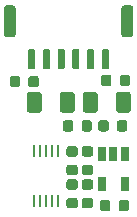
<source format=gbr>
G04 #@! TF.GenerationSoftware,KiCad,Pcbnew,(5.1.0-0)*
G04 #@! TF.CreationDate,2019-06-19T09:49:27-07:00*
G04 #@! TF.ProjectId,differential_i2c,64696666-6572-4656-9e74-69616c5f6932,rev?*
G04 #@! TF.SameCoordinates,Original*
G04 #@! TF.FileFunction,Paste,Bot*
G04 #@! TF.FilePolarity,Positive*
%FSLAX46Y46*%
G04 Gerber Fmt 4.6, Leading zero omitted, Abs format (unit mm)*
G04 Created by KiCad (PCBNEW (5.1.0-0)) date 2019-06-19 09:49:27*
%MOMM*%
%LPD*%
G04 APERTURE LIST*
%ADD10R,0.650000X1.220000*%
%ADD11C,0.100000*%
%ADD12C,0.875000*%
%ADD13C,1.250000*%
%ADD14C,1.000000*%
%ADD15C,0.600000*%
%ADD16R,0.250000X1.100000*%
G04 APERTURE END LIST*
D10*
X116850000Y-60710000D03*
X118750000Y-60710000D03*
X118750000Y-58090000D03*
X117800000Y-58090000D03*
X116850000Y-58090000D03*
D11*
G36*
X117440191Y-51426053D02*
G01*
X117461426Y-51429203D01*
X117482250Y-51434419D01*
X117502462Y-51441651D01*
X117521868Y-51450830D01*
X117540281Y-51461866D01*
X117557524Y-51474654D01*
X117573430Y-51489070D01*
X117587846Y-51504976D01*
X117600634Y-51522219D01*
X117611670Y-51540632D01*
X117620849Y-51560038D01*
X117628081Y-51580250D01*
X117633297Y-51601074D01*
X117636447Y-51622309D01*
X117637500Y-51643750D01*
X117637500Y-52156250D01*
X117636447Y-52177691D01*
X117633297Y-52198926D01*
X117628081Y-52219750D01*
X117620849Y-52239962D01*
X117611670Y-52259368D01*
X117600634Y-52277781D01*
X117587846Y-52295024D01*
X117573430Y-52310930D01*
X117557524Y-52325346D01*
X117540281Y-52338134D01*
X117521868Y-52349170D01*
X117502462Y-52358349D01*
X117482250Y-52365581D01*
X117461426Y-52370797D01*
X117440191Y-52373947D01*
X117418750Y-52375000D01*
X116981250Y-52375000D01*
X116959809Y-52373947D01*
X116938574Y-52370797D01*
X116917750Y-52365581D01*
X116897538Y-52358349D01*
X116878132Y-52349170D01*
X116859719Y-52338134D01*
X116842476Y-52325346D01*
X116826570Y-52310930D01*
X116812154Y-52295024D01*
X116799366Y-52277781D01*
X116788330Y-52259368D01*
X116779151Y-52239962D01*
X116771919Y-52219750D01*
X116766703Y-52198926D01*
X116763553Y-52177691D01*
X116762500Y-52156250D01*
X116762500Y-51643750D01*
X116763553Y-51622309D01*
X116766703Y-51601074D01*
X116771919Y-51580250D01*
X116779151Y-51560038D01*
X116788330Y-51540632D01*
X116799366Y-51522219D01*
X116812154Y-51504976D01*
X116826570Y-51489070D01*
X116842476Y-51474654D01*
X116859719Y-51461866D01*
X116878132Y-51450830D01*
X116897538Y-51441651D01*
X116917750Y-51434419D01*
X116938574Y-51429203D01*
X116959809Y-51426053D01*
X116981250Y-51425000D01*
X117418750Y-51425000D01*
X117440191Y-51426053D01*
X117440191Y-51426053D01*
G37*
D12*
X117200000Y-51900000D03*
D11*
G36*
X119015191Y-51426053D02*
G01*
X119036426Y-51429203D01*
X119057250Y-51434419D01*
X119077462Y-51441651D01*
X119096868Y-51450830D01*
X119115281Y-51461866D01*
X119132524Y-51474654D01*
X119148430Y-51489070D01*
X119162846Y-51504976D01*
X119175634Y-51522219D01*
X119186670Y-51540632D01*
X119195849Y-51560038D01*
X119203081Y-51580250D01*
X119208297Y-51601074D01*
X119211447Y-51622309D01*
X119212500Y-51643750D01*
X119212500Y-52156250D01*
X119211447Y-52177691D01*
X119208297Y-52198926D01*
X119203081Y-52219750D01*
X119195849Y-52239962D01*
X119186670Y-52259368D01*
X119175634Y-52277781D01*
X119162846Y-52295024D01*
X119148430Y-52310930D01*
X119132524Y-52325346D01*
X119115281Y-52338134D01*
X119096868Y-52349170D01*
X119077462Y-52358349D01*
X119057250Y-52365581D01*
X119036426Y-52370797D01*
X119015191Y-52373947D01*
X118993750Y-52375000D01*
X118556250Y-52375000D01*
X118534809Y-52373947D01*
X118513574Y-52370797D01*
X118492750Y-52365581D01*
X118472538Y-52358349D01*
X118453132Y-52349170D01*
X118434719Y-52338134D01*
X118417476Y-52325346D01*
X118401570Y-52310930D01*
X118387154Y-52295024D01*
X118374366Y-52277781D01*
X118363330Y-52259368D01*
X118354151Y-52239962D01*
X118346919Y-52219750D01*
X118341703Y-52198926D01*
X118338553Y-52177691D01*
X118337500Y-52156250D01*
X118337500Y-51643750D01*
X118338553Y-51622309D01*
X118341703Y-51601074D01*
X118346919Y-51580250D01*
X118354151Y-51560038D01*
X118363330Y-51540632D01*
X118374366Y-51522219D01*
X118387154Y-51504976D01*
X118401570Y-51489070D01*
X118417476Y-51474654D01*
X118434719Y-51461866D01*
X118453132Y-51450830D01*
X118472538Y-51441651D01*
X118492750Y-51434419D01*
X118513574Y-51429203D01*
X118534809Y-51426053D01*
X118556250Y-51425000D01*
X118993750Y-51425000D01*
X119015191Y-51426053D01*
X119015191Y-51426053D01*
G37*
D12*
X118775000Y-51900000D03*
D11*
G36*
X119049504Y-52876204D02*
G01*
X119073773Y-52879804D01*
X119097571Y-52885765D01*
X119120671Y-52894030D01*
X119142849Y-52904520D01*
X119163893Y-52917133D01*
X119183598Y-52931747D01*
X119201777Y-52948223D01*
X119218253Y-52966402D01*
X119232867Y-52986107D01*
X119245480Y-53007151D01*
X119255970Y-53029329D01*
X119264235Y-53052429D01*
X119270196Y-53076227D01*
X119273796Y-53100496D01*
X119275000Y-53125000D01*
X119275000Y-54375000D01*
X119273796Y-54399504D01*
X119270196Y-54423773D01*
X119264235Y-54447571D01*
X119255970Y-54470671D01*
X119245480Y-54492849D01*
X119232867Y-54513893D01*
X119218253Y-54533598D01*
X119201777Y-54551777D01*
X119183598Y-54568253D01*
X119163893Y-54582867D01*
X119142849Y-54595480D01*
X119120671Y-54605970D01*
X119097571Y-54614235D01*
X119073773Y-54620196D01*
X119049504Y-54623796D01*
X119025000Y-54625000D01*
X118275000Y-54625000D01*
X118250496Y-54623796D01*
X118226227Y-54620196D01*
X118202429Y-54614235D01*
X118179329Y-54605970D01*
X118157151Y-54595480D01*
X118136107Y-54582867D01*
X118116402Y-54568253D01*
X118098223Y-54551777D01*
X118081747Y-54533598D01*
X118067133Y-54513893D01*
X118054520Y-54492849D01*
X118044030Y-54470671D01*
X118035765Y-54447571D01*
X118029804Y-54423773D01*
X118026204Y-54399504D01*
X118025000Y-54375000D01*
X118025000Y-53125000D01*
X118026204Y-53100496D01*
X118029804Y-53076227D01*
X118035765Y-53052429D01*
X118044030Y-53029329D01*
X118054520Y-53007151D01*
X118067133Y-52986107D01*
X118081747Y-52966402D01*
X118098223Y-52948223D01*
X118116402Y-52931747D01*
X118136107Y-52917133D01*
X118157151Y-52904520D01*
X118179329Y-52894030D01*
X118202429Y-52885765D01*
X118226227Y-52879804D01*
X118250496Y-52876204D01*
X118275000Y-52875000D01*
X119025000Y-52875000D01*
X119049504Y-52876204D01*
X119049504Y-52876204D01*
G37*
D13*
X118650000Y-53750000D03*
D11*
G36*
X116249504Y-52876204D02*
G01*
X116273773Y-52879804D01*
X116297571Y-52885765D01*
X116320671Y-52894030D01*
X116342849Y-52904520D01*
X116363893Y-52917133D01*
X116383598Y-52931747D01*
X116401777Y-52948223D01*
X116418253Y-52966402D01*
X116432867Y-52986107D01*
X116445480Y-53007151D01*
X116455970Y-53029329D01*
X116464235Y-53052429D01*
X116470196Y-53076227D01*
X116473796Y-53100496D01*
X116475000Y-53125000D01*
X116475000Y-54375000D01*
X116473796Y-54399504D01*
X116470196Y-54423773D01*
X116464235Y-54447571D01*
X116455970Y-54470671D01*
X116445480Y-54492849D01*
X116432867Y-54513893D01*
X116418253Y-54533598D01*
X116401777Y-54551777D01*
X116383598Y-54568253D01*
X116363893Y-54582867D01*
X116342849Y-54595480D01*
X116320671Y-54605970D01*
X116297571Y-54614235D01*
X116273773Y-54620196D01*
X116249504Y-54623796D01*
X116225000Y-54625000D01*
X115475000Y-54625000D01*
X115450496Y-54623796D01*
X115426227Y-54620196D01*
X115402429Y-54614235D01*
X115379329Y-54605970D01*
X115357151Y-54595480D01*
X115336107Y-54582867D01*
X115316402Y-54568253D01*
X115298223Y-54551777D01*
X115281747Y-54533598D01*
X115267133Y-54513893D01*
X115254520Y-54492849D01*
X115244030Y-54470671D01*
X115235765Y-54447571D01*
X115229804Y-54423773D01*
X115226204Y-54399504D01*
X115225000Y-54375000D01*
X115225000Y-53125000D01*
X115226204Y-53100496D01*
X115229804Y-53076227D01*
X115235765Y-53052429D01*
X115244030Y-53029329D01*
X115254520Y-53007151D01*
X115267133Y-52986107D01*
X115281747Y-52966402D01*
X115298223Y-52948223D01*
X115316402Y-52931747D01*
X115336107Y-52917133D01*
X115357151Y-52904520D01*
X115379329Y-52894030D01*
X115402429Y-52885765D01*
X115426227Y-52879804D01*
X115450496Y-52876204D01*
X115475000Y-52875000D01*
X116225000Y-52875000D01*
X116249504Y-52876204D01*
X116249504Y-52876204D01*
G37*
D13*
X115850000Y-53750000D03*
D11*
G36*
X118777691Y-55276053D02*
G01*
X118798926Y-55279203D01*
X118819750Y-55284419D01*
X118839962Y-55291651D01*
X118859368Y-55300830D01*
X118877781Y-55311866D01*
X118895024Y-55324654D01*
X118910930Y-55339070D01*
X118925346Y-55354976D01*
X118938134Y-55372219D01*
X118949170Y-55390632D01*
X118958349Y-55410038D01*
X118965581Y-55430250D01*
X118970797Y-55451074D01*
X118973947Y-55472309D01*
X118975000Y-55493750D01*
X118975000Y-56006250D01*
X118973947Y-56027691D01*
X118970797Y-56048926D01*
X118965581Y-56069750D01*
X118958349Y-56089962D01*
X118949170Y-56109368D01*
X118938134Y-56127781D01*
X118925346Y-56145024D01*
X118910930Y-56160930D01*
X118895024Y-56175346D01*
X118877781Y-56188134D01*
X118859368Y-56199170D01*
X118839962Y-56208349D01*
X118819750Y-56215581D01*
X118798926Y-56220797D01*
X118777691Y-56223947D01*
X118756250Y-56225000D01*
X118318750Y-56225000D01*
X118297309Y-56223947D01*
X118276074Y-56220797D01*
X118255250Y-56215581D01*
X118235038Y-56208349D01*
X118215632Y-56199170D01*
X118197219Y-56188134D01*
X118179976Y-56175346D01*
X118164070Y-56160930D01*
X118149654Y-56145024D01*
X118136866Y-56127781D01*
X118125830Y-56109368D01*
X118116651Y-56089962D01*
X118109419Y-56069750D01*
X118104203Y-56048926D01*
X118101053Y-56027691D01*
X118100000Y-56006250D01*
X118100000Y-55493750D01*
X118101053Y-55472309D01*
X118104203Y-55451074D01*
X118109419Y-55430250D01*
X118116651Y-55410038D01*
X118125830Y-55390632D01*
X118136866Y-55372219D01*
X118149654Y-55354976D01*
X118164070Y-55339070D01*
X118179976Y-55324654D01*
X118197219Y-55311866D01*
X118215632Y-55300830D01*
X118235038Y-55291651D01*
X118255250Y-55284419D01*
X118276074Y-55279203D01*
X118297309Y-55276053D01*
X118318750Y-55275000D01*
X118756250Y-55275000D01*
X118777691Y-55276053D01*
X118777691Y-55276053D01*
G37*
D12*
X118537500Y-55750000D03*
D11*
G36*
X117202691Y-55276053D02*
G01*
X117223926Y-55279203D01*
X117244750Y-55284419D01*
X117264962Y-55291651D01*
X117284368Y-55300830D01*
X117302781Y-55311866D01*
X117320024Y-55324654D01*
X117335930Y-55339070D01*
X117350346Y-55354976D01*
X117363134Y-55372219D01*
X117374170Y-55390632D01*
X117383349Y-55410038D01*
X117390581Y-55430250D01*
X117395797Y-55451074D01*
X117398947Y-55472309D01*
X117400000Y-55493750D01*
X117400000Y-56006250D01*
X117398947Y-56027691D01*
X117395797Y-56048926D01*
X117390581Y-56069750D01*
X117383349Y-56089962D01*
X117374170Y-56109368D01*
X117363134Y-56127781D01*
X117350346Y-56145024D01*
X117335930Y-56160930D01*
X117320024Y-56175346D01*
X117302781Y-56188134D01*
X117284368Y-56199170D01*
X117264962Y-56208349D01*
X117244750Y-56215581D01*
X117223926Y-56220797D01*
X117202691Y-56223947D01*
X117181250Y-56225000D01*
X116743750Y-56225000D01*
X116722309Y-56223947D01*
X116701074Y-56220797D01*
X116680250Y-56215581D01*
X116660038Y-56208349D01*
X116640632Y-56199170D01*
X116622219Y-56188134D01*
X116604976Y-56175346D01*
X116589070Y-56160930D01*
X116574654Y-56145024D01*
X116561866Y-56127781D01*
X116550830Y-56109368D01*
X116541651Y-56089962D01*
X116534419Y-56069750D01*
X116529203Y-56048926D01*
X116526053Y-56027691D01*
X116525000Y-56006250D01*
X116525000Y-55493750D01*
X116526053Y-55472309D01*
X116529203Y-55451074D01*
X116534419Y-55430250D01*
X116541651Y-55410038D01*
X116550830Y-55390632D01*
X116561866Y-55372219D01*
X116574654Y-55354976D01*
X116589070Y-55339070D01*
X116604976Y-55324654D01*
X116622219Y-55311866D01*
X116640632Y-55300830D01*
X116660038Y-55291651D01*
X116680250Y-55284419D01*
X116701074Y-55279203D01*
X116722309Y-55276053D01*
X116743750Y-55275000D01*
X117181250Y-55275000D01*
X117202691Y-55276053D01*
X117202691Y-55276053D01*
G37*
D12*
X116962500Y-55750000D03*
D11*
G36*
X109702691Y-51526053D02*
G01*
X109723926Y-51529203D01*
X109744750Y-51534419D01*
X109764962Y-51541651D01*
X109784368Y-51550830D01*
X109802781Y-51561866D01*
X109820024Y-51574654D01*
X109835930Y-51589070D01*
X109850346Y-51604976D01*
X109863134Y-51622219D01*
X109874170Y-51640632D01*
X109883349Y-51660038D01*
X109890581Y-51680250D01*
X109895797Y-51701074D01*
X109898947Y-51722309D01*
X109900000Y-51743750D01*
X109900000Y-52256250D01*
X109898947Y-52277691D01*
X109895797Y-52298926D01*
X109890581Y-52319750D01*
X109883349Y-52339962D01*
X109874170Y-52359368D01*
X109863134Y-52377781D01*
X109850346Y-52395024D01*
X109835930Y-52410930D01*
X109820024Y-52425346D01*
X109802781Y-52438134D01*
X109784368Y-52449170D01*
X109764962Y-52458349D01*
X109744750Y-52465581D01*
X109723926Y-52470797D01*
X109702691Y-52473947D01*
X109681250Y-52475000D01*
X109243750Y-52475000D01*
X109222309Y-52473947D01*
X109201074Y-52470797D01*
X109180250Y-52465581D01*
X109160038Y-52458349D01*
X109140632Y-52449170D01*
X109122219Y-52438134D01*
X109104976Y-52425346D01*
X109089070Y-52410930D01*
X109074654Y-52395024D01*
X109061866Y-52377781D01*
X109050830Y-52359368D01*
X109041651Y-52339962D01*
X109034419Y-52319750D01*
X109029203Y-52298926D01*
X109026053Y-52277691D01*
X109025000Y-52256250D01*
X109025000Y-51743750D01*
X109026053Y-51722309D01*
X109029203Y-51701074D01*
X109034419Y-51680250D01*
X109041651Y-51660038D01*
X109050830Y-51640632D01*
X109061866Y-51622219D01*
X109074654Y-51604976D01*
X109089070Y-51589070D01*
X109104976Y-51574654D01*
X109122219Y-51561866D01*
X109140632Y-51550830D01*
X109160038Y-51541651D01*
X109180250Y-51534419D01*
X109201074Y-51529203D01*
X109222309Y-51526053D01*
X109243750Y-51525000D01*
X109681250Y-51525000D01*
X109702691Y-51526053D01*
X109702691Y-51526053D01*
G37*
D12*
X109462500Y-52000000D03*
D11*
G36*
X111277691Y-51526053D02*
G01*
X111298926Y-51529203D01*
X111319750Y-51534419D01*
X111339962Y-51541651D01*
X111359368Y-51550830D01*
X111377781Y-51561866D01*
X111395024Y-51574654D01*
X111410930Y-51589070D01*
X111425346Y-51604976D01*
X111438134Y-51622219D01*
X111449170Y-51640632D01*
X111458349Y-51660038D01*
X111465581Y-51680250D01*
X111470797Y-51701074D01*
X111473947Y-51722309D01*
X111475000Y-51743750D01*
X111475000Y-52256250D01*
X111473947Y-52277691D01*
X111470797Y-52298926D01*
X111465581Y-52319750D01*
X111458349Y-52339962D01*
X111449170Y-52359368D01*
X111438134Y-52377781D01*
X111425346Y-52395024D01*
X111410930Y-52410930D01*
X111395024Y-52425346D01*
X111377781Y-52438134D01*
X111359368Y-52449170D01*
X111339962Y-52458349D01*
X111319750Y-52465581D01*
X111298926Y-52470797D01*
X111277691Y-52473947D01*
X111256250Y-52475000D01*
X110818750Y-52475000D01*
X110797309Y-52473947D01*
X110776074Y-52470797D01*
X110755250Y-52465581D01*
X110735038Y-52458349D01*
X110715632Y-52449170D01*
X110697219Y-52438134D01*
X110679976Y-52425346D01*
X110664070Y-52410930D01*
X110649654Y-52395024D01*
X110636866Y-52377781D01*
X110625830Y-52359368D01*
X110616651Y-52339962D01*
X110609419Y-52319750D01*
X110604203Y-52298926D01*
X110601053Y-52277691D01*
X110600000Y-52256250D01*
X110600000Y-51743750D01*
X110601053Y-51722309D01*
X110604203Y-51701074D01*
X110609419Y-51680250D01*
X110616651Y-51660038D01*
X110625830Y-51640632D01*
X110636866Y-51622219D01*
X110649654Y-51604976D01*
X110664070Y-51589070D01*
X110679976Y-51574654D01*
X110697219Y-51561866D01*
X110715632Y-51550830D01*
X110735038Y-51541651D01*
X110755250Y-51534419D01*
X110776074Y-51529203D01*
X110797309Y-51526053D01*
X110818750Y-51525000D01*
X111256250Y-51525000D01*
X111277691Y-51526053D01*
X111277691Y-51526053D01*
G37*
D12*
X111037500Y-52000000D03*
D11*
G36*
X111499504Y-52876204D02*
G01*
X111523773Y-52879804D01*
X111547571Y-52885765D01*
X111570671Y-52894030D01*
X111592849Y-52904520D01*
X111613893Y-52917133D01*
X111633598Y-52931747D01*
X111651777Y-52948223D01*
X111668253Y-52966402D01*
X111682867Y-52986107D01*
X111695480Y-53007151D01*
X111705970Y-53029329D01*
X111714235Y-53052429D01*
X111720196Y-53076227D01*
X111723796Y-53100496D01*
X111725000Y-53125000D01*
X111725000Y-54375000D01*
X111723796Y-54399504D01*
X111720196Y-54423773D01*
X111714235Y-54447571D01*
X111705970Y-54470671D01*
X111695480Y-54492849D01*
X111682867Y-54513893D01*
X111668253Y-54533598D01*
X111651777Y-54551777D01*
X111633598Y-54568253D01*
X111613893Y-54582867D01*
X111592849Y-54595480D01*
X111570671Y-54605970D01*
X111547571Y-54614235D01*
X111523773Y-54620196D01*
X111499504Y-54623796D01*
X111475000Y-54625000D01*
X110725000Y-54625000D01*
X110700496Y-54623796D01*
X110676227Y-54620196D01*
X110652429Y-54614235D01*
X110629329Y-54605970D01*
X110607151Y-54595480D01*
X110586107Y-54582867D01*
X110566402Y-54568253D01*
X110548223Y-54551777D01*
X110531747Y-54533598D01*
X110517133Y-54513893D01*
X110504520Y-54492849D01*
X110494030Y-54470671D01*
X110485765Y-54447571D01*
X110479804Y-54423773D01*
X110476204Y-54399504D01*
X110475000Y-54375000D01*
X110475000Y-53125000D01*
X110476204Y-53100496D01*
X110479804Y-53076227D01*
X110485765Y-53052429D01*
X110494030Y-53029329D01*
X110504520Y-53007151D01*
X110517133Y-52986107D01*
X110531747Y-52966402D01*
X110548223Y-52948223D01*
X110566402Y-52931747D01*
X110586107Y-52917133D01*
X110607151Y-52904520D01*
X110629329Y-52894030D01*
X110652429Y-52885765D01*
X110676227Y-52879804D01*
X110700496Y-52876204D01*
X110725000Y-52875000D01*
X111475000Y-52875000D01*
X111499504Y-52876204D01*
X111499504Y-52876204D01*
G37*
D13*
X111100000Y-53750000D03*
D11*
G36*
X114299504Y-52876204D02*
G01*
X114323773Y-52879804D01*
X114347571Y-52885765D01*
X114370671Y-52894030D01*
X114392849Y-52904520D01*
X114413893Y-52917133D01*
X114433598Y-52931747D01*
X114451777Y-52948223D01*
X114468253Y-52966402D01*
X114482867Y-52986107D01*
X114495480Y-53007151D01*
X114505970Y-53029329D01*
X114514235Y-53052429D01*
X114520196Y-53076227D01*
X114523796Y-53100496D01*
X114525000Y-53125000D01*
X114525000Y-54375000D01*
X114523796Y-54399504D01*
X114520196Y-54423773D01*
X114514235Y-54447571D01*
X114505970Y-54470671D01*
X114495480Y-54492849D01*
X114482867Y-54513893D01*
X114468253Y-54533598D01*
X114451777Y-54551777D01*
X114433598Y-54568253D01*
X114413893Y-54582867D01*
X114392849Y-54595480D01*
X114370671Y-54605970D01*
X114347571Y-54614235D01*
X114323773Y-54620196D01*
X114299504Y-54623796D01*
X114275000Y-54625000D01*
X113525000Y-54625000D01*
X113500496Y-54623796D01*
X113476227Y-54620196D01*
X113452429Y-54614235D01*
X113429329Y-54605970D01*
X113407151Y-54595480D01*
X113386107Y-54582867D01*
X113366402Y-54568253D01*
X113348223Y-54551777D01*
X113331747Y-54533598D01*
X113317133Y-54513893D01*
X113304520Y-54492849D01*
X113294030Y-54470671D01*
X113285765Y-54447571D01*
X113279804Y-54423773D01*
X113276204Y-54399504D01*
X113275000Y-54375000D01*
X113275000Y-53125000D01*
X113276204Y-53100496D01*
X113279804Y-53076227D01*
X113285765Y-53052429D01*
X113294030Y-53029329D01*
X113304520Y-53007151D01*
X113317133Y-52986107D01*
X113331747Y-52966402D01*
X113348223Y-52948223D01*
X113366402Y-52931747D01*
X113386107Y-52917133D01*
X113407151Y-52904520D01*
X113429329Y-52894030D01*
X113452429Y-52885765D01*
X113476227Y-52879804D01*
X113500496Y-52876204D01*
X113525000Y-52875000D01*
X114275000Y-52875000D01*
X114299504Y-52876204D01*
X114299504Y-52876204D01*
G37*
D13*
X113900000Y-53750000D03*
D11*
G36*
X114202691Y-55276053D02*
G01*
X114223926Y-55279203D01*
X114244750Y-55284419D01*
X114264962Y-55291651D01*
X114284368Y-55300830D01*
X114302781Y-55311866D01*
X114320024Y-55324654D01*
X114335930Y-55339070D01*
X114350346Y-55354976D01*
X114363134Y-55372219D01*
X114374170Y-55390632D01*
X114383349Y-55410038D01*
X114390581Y-55430250D01*
X114395797Y-55451074D01*
X114398947Y-55472309D01*
X114400000Y-55493750D01*
X114400000Y-56006250D01*
X114398947Y-56027691D01*
X114395797Y-56048926D01*
X114390581Y-56069750D01*
X114383349Y-56089962D01*
X114374170Y-56109368D01*
X114363134Y-56127781D01*
X114350346Y-56145024D01*
X114335930Y-56160930D01*
X114320024Y-56175346D01*
X114302781Y-56188134D01*
X114284368Y-56199170D01*
X114264962Y-56208349D01*
X114244750Y-56215581D01*
X114223926Y-56220797D01*
X114202691Y-56223947D01*
X114181250Y-56225000D01*
X113743750Y-56225000D01*
X113722309Y-56223947D01*
X113701074Y-56220797D01*
X113680250Y-56215581D01*
X113660038Y-56208349D01*
X113640632Y-56199170D01*
X113622219Y-56188134D01*
X113604976Y-56175346D01*
X113589070Y-56160930D01*
X113574654Y-56145024D01*
X113561866Y-56127781D01*
X113550830Y-56109368D01*
X113541651Y-56089962D01*
X113534419Y-56069750D01*
X113529203Y-56048926D01*
X113526053Y-56027691D01*
X113525000Y-56006250D01*
X113525000Y-55493750D01*
X113526053Y-55472309D01*
X113529203Y-55451074D01*
X113534419Y-55430250D01*
X113541651Y-55410038D01*
X113550830Y-55390632D01*
X113561866Y-55372219D01*
X113574654Y-55354976D01*
X113589070Y-55339070D01*
X113604976Y-55324654D01*
X113622219Y-55311866D01*
X113640632Y-55300830D01*
X113660038Y-55291651D01*
X113680250Y-55284419D01*
X113701074Y-55279203D01*
X113722309Y-55276053D01*
X113743750Y-55275000D01*
X114181250Y-55275000D01*
X114202691Y-55276053D01*
X114202691Y-55276053D01*
G37*
D12*
X113962500Y-55750000D03*
D11*
G36*
X115777691Y-55276053D02*
G01*
X115798926Y-55279203D01*
X115819750Y-55284419D01*
X115839962Y-55291651D01*
X115859368Y-55300830D01*
X115877781Y-55311866D01*
X115895024Y-55324654D01*
X115910930Y-55339070D01*
X115925346Y-55354976D01*
X115938134Y-55372219D01*
X115949170Y-55390632D01*
X115958349Y-55410038D01*
X115965581Y-55430250D01*
X115970797Y-55451074D01*
X115973947Y-55472309D01*
X115975000Y-55493750D01*
X115975000Y-56006250D01*
X115973947Y-56027691D01*
X115970797Y-56048926D01*
X115965581Y-56069750D01*
X115958349Y-56089962D01*
X115949170Y-56109368D01*
X115938134Y-56127781D01*
X115925346Y-56145024D01*
X115910930Y-56160930D01*
X115895024Y-56175346D01*
X115877781Y-56188134D01*
X115859368Y-56199170D01*
X115839962Y-56208349D01*
X115819750Y-56215581D01*
X115798926Y-56220797D01*
X115777691Y-56223947D01*
X115756250Y-56225000D01*
X115318750Y-56225000D01*
X115297309Y-56223947D01*
X115276074Y-56220797D01*
X115255250Y-56215581D01*
X115235038Y-56208349D01*
X115215632Y-56199170D01*
X115197219Y-56188134D01*
X115179976Y-56175346D01*
X115164070Y-56160930D01*
X115149654Y-56145024D01*
X115136866Y-56127781D01*
X115125830Y-56109368D01*
X115116651Y-56089962D01*
X115109419Y-56069750D01*
X115104203Y-56048926D01*
X115101053Y-56027691D01*
X115100000Y-56006250D01*
X115100000Y-55493750D01*
X115101053Y-55472309D01*
X115104203Y-55451074D01*
X115109419Y-55430250D01*
X115116651Y-55410038D01*
X115125830Y-55390632D01*
X115136866Y-55372219D01*
X115149654Y-55354976D01*
X115164070Y-55339070D01*
X115179976Y-55324654D01*
X115197219Y-55311866D01*
X115215632Y-55300830D01*
X115235038Y-55291651D01*
X115255250Y-55284419D01*
X115276074Y-55279203D01*
X115297309Y-55276053D01*
X115318750Y-55275000D01*
X115756250Y-55275000D01*
X115777691Y-55276053D01*
X115777691Y-55276053D01*
G37*
D12*
X115537500Y-55750000D03*
D11*
G36*
X119249504Y-45551204D02*
G01*
X119273773Y-45554804D01*
X119297571Y-45560765D01*
X119320671Y-45569030D01*
X119342849Y-45579520D01*
X119363893Y-45592133D01*
X119383598Y-45606747D01*
X119401777Y-45623223D01*
X119418253Y-45641402D01*
X119432867Y-45661107D01*
X119445480Y-45682151D01*
X119455970Y-45704329D01*
X119464235Y-45727429D01*
X119470196Y-45751227D01*
X119473796Y-45775496D01*
X119475000Y-45800000D01*
X119475000Y-48000000D01*
X119473796Y-48024504D01*
X119470196Y-48048773D01*
X119464235Y-48072571D01*
X119455970Y-48095671D01*
X119445480Y-48117849D01*
X119432867Y-48138893D01*
X119418253Y-48158598D01*
X119401777Y-48176777D01*
X119383598Y-48193253D01*
X119363893Y-48207867D01*
X119342849Y-48220480D01*
X119320671Y-48230970D01*
X119297571Y-48239235D01*
X119273773Y-48245196D01*
X119249504Y-48248796D01*
X119225000Y-48250000D01*
X118725000Y-48250000D01*
X118700496Y-48248796D01*
X118676227Y-48245196D01*
X118652429Y-48239235D01*
X118629329Y-48230970D01*
X118607151Y-48220480D01*
X118586107Y-48207867D01*
X118566402Y-48193253D01*
X118548223Y-48176777D01*
X118531747Y-48158598D01*
X118517133Y-48138893D01*
X118504520Y-48117849D01*
X118494030Y-48095671D01*
X118485765Y-48072571D01*
X118479804Y-48048773D01*
X118476204Y-48024504D01*
X118475000Y-48000000D01*
X118475000Y-45800000D01*
X118476204Y-45775496D01*
X118479804Y-45751227D01*
X118485765Y-45727429D01*
X118494030Y-45704329D01*
X118504520Y-45682151D01*
X118517133Y-45661107D01*
X118531747Y-45641402D01*
X118548223Y-45623223D01*
X118566402Y-45606747D01*
X118586107Y-45592133D01*
X118607151Y-45579520D01*
X118629329Y-45569030D01*
X118652429Y-45560765D01*
X118676227Y-45554804D01*
X118700496Y-45551204D01*
X118725000Y-45550000D01*
X119225000Y-45550000D01*
X119249504Y-45551204D01*
X119249504Y-45551204D01*
G37*
D14*
X118975000Y-46900000D03*
D11*
G36*
X109299504Y-45551204D02*
G01*
X109323773Y-45554804D01*
X109347571Y-45560765D01*
X109370671Y-45569030D01*
X109392849Y-45579520D01*
X109413893Y-45592133D01*
X109433598Y-45606747D01*
X109451777Y-45623223D01*
X109468253Y-45641402D01*
X109482867Y-45661107D01*
X109495480Y-45682151D01*
X109505970Y-45704329D01*
X109514235Y-45727429D01*
X109520196Y-45751227D01*
X109523796Y-45775496D01*
X109525000Y-45800000D01*
X109525000Y-48000000D01*
X109523796Y-48024504D01*
X109520196Y-48048773D01*
X109514235Y-48072571D01*
X109505970Y-48095671D01*
X109495480Y-48117849D01*
X109482867Y-48138893D01*
X109468253Y-48158598D01*
X109451777Y-48176777D01*
X109433598Y-48193253D01*
X109413893Y-48207867D01*
X109392849Y-48220480D01*
X109370671Y-48230970D01*
X109347571Y-48239235D01*
X109323773Y-48245196D01*
X109299504Y-48248796D01*
X109275000Y-48250000D01*
X108775000Y-48250000D01*
X108750496Y-48248796D01*
X108726227Y-48245196D01*
X108702429Y-48239235D01*
X108679329Y-48230970D01*
X108657151Y-48220480D01*
X108636107Y-48207867D01*
X108616402Y-48193253D01*
X108598223Y-48176777D01*
X108581747Y-48158598D01*
X108567133Y-48138893D01*
X108554520Y-48117849D01*
X108544030Y-48095671D01*
X108535765Y-48072571D01*
X108529804Y-48048773D01*
X108526204Y-48024504D01*
X108525000Y-48000000D01*
X108525000Y-45800000D01*
X108526204Y-45775496D01*
X108529804Y-45751227D01*
X108535765Y-45727429D01*
X108544030Y-45704329D01*
X108554520Y-45682151D01*
X108567133Y-45661107D01*
X108581747Y-45641402D01*
X108598223Y-45623223D01*
X108616402Y-45606747D01*
X108636107Y-45592133D01*
X108657151Y-45579520D01*
X108679329Y-45569030D01*
X108702429Y-45560765D01*
X108726227Y-45554804D01*
X108750496Y-45551204D01*
X108775000Y-45550000D01*
X109275000Y-45550000D01*
X109299504Y-45551204D01*
X109299504Y-45551204D01*
G37*
D14*
X109025000Y-46900000D03*
D11*
G36*
X117289703Y-49250722D02*
G01*
X117304264Y-49252882D01*
X117318543Y-49256459D01*
X117332403Y-49261418D01*
X117345710Y-49267712D01*
X117358336Y-49275280D01*
X117370159Y-49284048D01*
X117381066Y-49293934D01*
X117390952Y-49304841D01*
X117399720Y-49316664D01*
X117407288Y-49329290D01*
X117413582Y-49342597D01*
X117418541Y-49356457D01*
X117422118Y-49370736D01*
X117424278Y-49385297D01*
X117425000Y-49400000D01*
X117425000Y-50800000D01*
X117424278Y-50814703D01*
X117422118Y-50829264D01*
X117418541Y-50843543D01*
X117413582Y-50857403D01*
X117407288Y-50870710D01*
X117399720Y-50883336D01*
X117390952Y-50895159D01*
X117381066Y-50906066D01*
X117370159Y-50915952D01*
X117358336Y-50924720D01*
X117345710Y-50932288D01*
X117332403Y-50938582D01*
X117318543Y-50943541D01*
X117304264Y-50947118D01*
X117289703Y-50949278D01*
X117275000Y-50950000D01*
X116975000Y-50950000D01*
X116960297Y-50949278D01*
X116945736Y-50947118D01*
X116931457Y-50943541D01*
X116917597Y-50938582D01*
X116904290Y-50932288D01*
X116891664Y-50924720D01*
X116879841Y-50915952D01*
X116868934Y-50906066D01*
X116859048Y-50895159D01*
X116850280Y-50883336D01*
X116842712Y-50870710D01*
X116836418Y-50857403D01*
X116831459Y-50843543D01*
X116827882Y-50829264D01*
X116825722Y-50814703D01*
X116825000Y-50800000D01*
X116825000Y-49400000D01*
X116825722Y-49385297D01*
X116827882Y-49370736D01*
X116831459Y-49356457D01*
X116836418Y-49342597D01*
X116842712Y-49329290D01*
X116850280Y-49316664D01*
X116859048Y-49304841D01*
X116868934Y-49293934D01*
X116879841Y-49284048D01*
X116891664Y-49275280D01*
X116904290Y-49267712D01*
X116917597Y-49261418D01*
X116931457Y-49256459D01*
X116945736Y-49252882D01*
X116960297Y-49250722D01*
X116975000Y-49250000D01*
X117275000Y-49250000D01*
X117289703Y-49250722D01*
X117289703Y-49250722D01*
G37*
D15*
X117125000Y-50100000D03*
D11*
G36*
X116039703Y-49250722D02*
G01*
X116054264Y-49252882D01*
X116068543Y-49256459D01*
X116082403Y-49261418D01*
X116095710Y-49267712D01*
X116108336Y-49275280D01*
X116120159Y-49284048D01*
X116131066Y-49293934D01*
X116140952Y-49304841D01*
X116149720Y-49316664D01*
X116157288Y-49329290D01*
X116163582Y-49342597D01*
X116168541Y-49356457D01*
X116172118Y-49370736D01*
X116174278Y-49385297D01*
X116175000Y-49400000D01*
X116175000Y-50800000D01*
X116174278Y-50814703D01*
X116172118Y-50829264D01*
X116168541Y-50843543D01*
X116163582Y-50857403D01*
X116157288Y-50870710D01*
X116149720Y-50883336D01*
X116140952Y-50895159D01*
X116131066Y-50906066D01*
X116120159Y-50915952D01*
X116108336Y-50924720D01*
X116095710Y-50932288D01*
X116082403Y-50938582D01*
X116068543Y-50943541D01*
X116054264Y-50947118D01*
X116039703Y-50949278D01*
X116025000Y-50950000D01*
X115725000Y-50950000D01*
X115710297Y-50949278D01*
X115695736Y-50947118D01*
X115681457Y-50943541D01*
X115667597Y-50938582D01*
X115654290Y-50932288D01*
X115641664Y-50924720D01*
X115629841Y-50915952D01*
X115618934Y-50906066D01*
X115609048Y-50895159D01*
X115600280Y-50883336D01*
X115592712Y-50870710D01*
X115586418Y-50857403D01*
X115581459Y-50843543D01*
X115577882Y-50829264D01*
X115575722Y-50814703D01*
X115575000Y-50800000D01*
X115575000Y-49400000D01*
X115575722Y-49385297D01*
X115577882Y-49370736D01*
X115581459Y-49356457D01*
X115586418Y-49342597D01*
X115592712Y-49329290D01*
X115600280Y-49316664D01*
X115609048Y-49304841D01*
X115618934Y-49293934D01*
X115629841Y-49284048D01*
X115641664Y-49275280D01*
X115654290Y-49267712D01*
X115667597Y-49261418D01*
X115681457Y-49256459D01*
X115695736Y-49252882D01*
X115710297Y-49250722D01*
X115725000Y-49250000D01*
X116025000Y-49250000D01*
X116039703Y-49250722D01*
X116039703Y-49250722D01*
G37*
D15*
X115875000Y-50100000D03*
D11*
G36*
X114789703Y-49250722D02*
G01*
X114804264Y-49252882D01*
X114818543Y-49256459D01*
X114832403Y-49261418D01*
X114845710Y-49267712D01*
X114858336Y-49275280D01*
X114870159Y-49284048D01*
X114881066Y-49293934D01*
X114890952Y-49304841D01*
X114899720Y-49316664D01*
X114907288Y-49329290D01*
X114913582Y-49342597D01*
X114918541Y-49356457D01*
X114922118Y-49370736D01*
X114924278Y-49385297D01*
X114925000Y-49400000D01*
X114925000Y-50800000D01*
X114924278Y-50814703D01*
X114922118Y-50829264D01*
X114918541Y-50843543D01*
X114913582Y-50857403D01*
X114907288Y-50870710D01*
X114899720Y-50883336D01*
X114890952Y-50895159D01*
X114881066Y-50906066D01*
X114870159Y-50915952D01*
X114858336Y-50924720D01*
X114845710Y-50932288D01*
X114832403Y-50938582D01*
X114818543Y-50943541D01*
X114804264Y-50947118D01*
X114789703Y-50949278D01*
X114775000Y-50950000D01*
X114475000Y-50950000D01*
X114460297Y-50949278D01*
X114445736Y-50947118D01*
X114431457Y-50943541D01*
X114417597Y-50938582D01*
X114404290Y-50932288D01*
X114391664Y-50924720D01*
X114379841Y-50915952D01*
X114368934Y-50906066D01*
X114359048Y-50895159D01*
X114350280Y-50883336D01*
X114342712Y-50870710D01*
X114336418Y-50857403D01*
X114331459Y-50843543D01*
X114327882Y-50829264D01*
X114325722Y-50814703D01*
X114325000Y-50800000D01*
X114325000Y-49400000D01*
X114325722Y-49385297D01*
X114327882Y-49370736D01*
X114331459Y-49356457D01*
X114336418Y-49342597D01*
X114342712Y-49329290D01*
X114350280Y-49316664D01*
X114359048Y-49304841D01*
X114368934Y-49293934D01*
X114379841Y-49284048D01*
X114391664Y-49275280D01*
X114404290Y-49267712D01*
X114417597Y-49261418D01*
X114431457Y-49256459D01*
X114445736Y-49252882D01*
X114460297Y-49250722D01*
X114475000Y-49250000D01*
X114775000Y-49250000D01*
X114789703Y-49250722D01*
X114789703Y-49250722D01*
G37*
D15*
X114625000Y-50100000D03*
D11*
G36*
X113539703Y-49250722D02*
G01*
X113554264Y-49252882D01*
X113568543Y-49256459D01*
X113582403Y-49261418D01*
X113595710Y-49267712D01*
X113608336Y-49275280D01*
X113620159Y-49284048D01*
X113631066Y-49293934D01*
X113640952Y-49304841D01*
X113649720Y-49316664D01*
X113657288Y-49329290D01*
X113663582Y-49342597D01*
X113668541Y-49356457D01*
X113672118Y-49370736D01*
X113674278Y-49385297D01*
X113675000Y-49400000D01*
X113675000Y-50800000D01*
X113674278Y-50814703D01*
X113672118Y-50829264D01*
X113668541Y-50843543D01*
X113663582Y-50857403D01*
X113657288Y-50870710D01*
X113649720Y-50883336D01*
X113640952Y-50895159D01*
X113631066Y-50906066D01*
X113620159Y-50915952D01*
X113608336Y-50924720D01*
X113595710Y-50932288D01*
X113582403Y-50938582D01*
X113568543Y-50943541D01*
X113554264Y-50947118D01*
X113539703Y-50949278D01*
X113525000Y-50950000D01*
X113225000Y-50950000D01*
X113210297Y-50949278D01*
X113195736Y-50947118D01*
X113181457Y-50943541D01*
X113167597Y-50938582D01*
X113154290Y-50932288D01*
X113141664Y-50924720D01*
X113129841Y-50915952D01*
X113118934Y-50906066D01*
X113109048Y-50895159D01*
X113100280Y-50883336D01*
X113092712Y-50870710D01*
X113086418Y-50857403D01*
X113081459Y-50843543D01*
X113077882Y-50829264D01*
X113075722Y-50814703D01*
X113075000Y-50800000D01*
X113075000Y-49400000D01*
X113075722Y-49385297D01*
X113077882Y-49370736D01*
X113081459Y-49356457D01*
X113086418Y-49342597D01*
X113092712Y-49329290D01*
X113100280Y-49316664D01*
X113109048Y-49304841D01*
X113118934Y-49293934D01*
X113129841Y-49284048D01*
X113141664Y-49275280D01*
X113154290Y-49267712D01*
X113167597Y-49261418D01*
X113181457Y-49256459D01*
X113195736Y-49252882D01*
X113210297Y-49250722D01*
X113225000Y-49250000D01*
X113525000Y-49250000D01*
X113539703Y-49250722D01*
X113539703Y-49250722D01*
G37*
D15*
X113375000Y-50100000D03*
D11*
G36*
X112289703Y-49250722D02*
G01*
X112304264Y-49252882D01*
X112318543Y-49256459D01*
X112332403Y-49261418D01*
X112345710Y-49267712D01*
X112358336Y-49275280D01*
X112370159Y-49284048D01*
X112381066Y-49293934D01*
X112390952Y-49304841D01*
X112399720Y-49316664D01*
X112407288Y-49329290D01*
X112413582Y-49342597D01*
X112418541Y-49356457D01*
X112422118Y-49370736D01*
X112424278Y-49385297D01*
X112425000Y-49400000D01*
X112425000Y-50800000D01*
X112424278Y-50814703D01*
X112422118Y-50829264D01*
X112418541Y-50843543D01*
X112413582Y-50857403D01*
X112407288Y-50870710D01*
X112399720Y-50883336D01*
X112390952Y-50895159D01*
X112381066Y-50906066D01*
X112370159Y-50915952D01*
X112358336Y-50924720D01*
X112345710Y-50932288D01*
X112332403Y-50938582D01*
X112318543Y-50943541D01*
X112304264Y-50947118D01*
X112289703Y-50949278D01*
X112275000Y-50950000D01*
X111975000Y-50950000D01*
X111960297Y-50949278D01*
X111945736Y-50947118D01*
X111931457Y-50943541D01*
X111917597Y-50938582D01*
X111904290Y-50932288D01*
X111891664Y-50924720D01*
X111879841Y-50915952D01*
X111868934Y-50906066D01*
X111859048Y-50895159D01*
X111850280Y-50883336D01*
X111842712Y-50870710D01*
X111836418Y-50857403D01*
X111831459Y-50843543D01*
X111827882Y-50829264D01*
X111825722Y-50814703D01*
X111825000Y-50800000D01*
X111825000Y-49400000D01*
X111825722Y-49385297D01*
X111827882Y-49370736D01*
X111831459Y-49356457D01*
X111836418Y-49342597D01*
X111842712Y-49329290D01*
X111850280Y-49316664D01*
X111859048Y-49304841D01*
X111868934Y-49293934D01*
X111879841Y-49284048D01*
X111891664Y-49275280D01*
X111904290Y-49267712D01*
X111917597Y-49261418D01*
X111931457Y-49256459D01*
X111945736Y-49252882D01*
X111960297Y-49250722D01*
X111975000Y-49250000D01*
X112275000Y-49250000D01*
X112289703Y-49250722D01*
X112289703Y-49250722D01*
G37*
D15*
X112125000Y-50100000D03*
D11*
G36*
X111039703Y-49250722D02*
G01*
X111054264Y-49252882D01*
X111068543Y-49256459D01*
X111082403Y-49261418D01*
X111095710Y-49267712D01*
X111108336Y-49275280D01*
X111120159Y-49284048D01*
X111131066Y-49293934D01*
X111140952Y-49304841D01*
X111149720Y-49316664D01*
X111157288Y-49329290D01*
X111163582Y-49342597D01*
X111168541Y-49356457D01*
X111172118Y-49370736D01*
X111174278Y-49385297D01*
X111175000Y-49400000D01*
X111175000Y-50800000D01*
X111174278Y-50814703D01*
X111172118Y-50829264D01*
X111168541Y-50843543D01*
X111163582Y-50857403D01*
X111157288Y-50870710D01*
X111149720Y-50883336D01*
X111140952Y-50895159D01*
X111131066Y-50906066D01*
X111120159Y-50915952D01*
X111108336Y-50924720D01*
X111095710Y-50932288D01*
X111082403Y-50938582D01*
X111068543Y-50943541D01*
X111054264Y-50947118D01*
X111039703Y-50949278D01*
X111025000Y-50950000D01*
X110725000Y-50950000D01*
X110710297Y-50949278D01*
X110695736Y-50947118D01*
X110681457Y-50943541D01*
X110667597Y-50938582D01*
X110654290Y-50932288D01*
X110641664Y-50924720D01*
X110629841Y-50915952D01*
X110618934Y-50906066D01*
X110609048Y-50895159D01*
X110600280Y-50883336D01*
X110592712Y-50870710D01*
X110586418Y-50857403D01*
X110581459Y-50843543D01*
X110577882Y-50829264D01*
X110575722Y-50814703D01*
X110575000Y-50800000D01*
X110575000Y-49400000D01*
X110575722Y-49385297D01*
X110577882Y-49370736D01*
X110581459Y-49356457D01*
X110586418Y-49342597D01*
X110592712Y-49329290D01*
X110600280Y-49316664D01*
X110609048Y-49304841D01*
X110618934Y-49293934D01*
X110629841Y-49284048D01*
X110641664Y-49275280D01*
X110654290Y-49267712D01*
X110667597Y-49261418D01*
X110681457Y-49256459D01*
X110695736Y-49252882D01*
X110710297Y-49250722D01*
X110725000Y-49250000D01*
X111025000Y-49250000D01*
X111039703Y-49250722D01*
X111039703Y-49250722D01*
G37*
D15*
X110875000Y-50100000D03*
D11*
G36*
X114577691Y-59051053D02*
G01*
X114598926Y-59054203D01*
X114619750Y-59059419D01*
X114639962Y-59066651D01*
X114659368Y-59075830D01*
X114677781Y-59086866D01*
X114695024Y-59099654D01*
X114710930Y-59114070D01*
X114725346Y-59129976D01*
X114738134Y-59147219D01*
X114749170Y-59165632D01*
X114758349Y-59185038D01*
X114765581Y-59205250D01*
X114770797Y-59226074D01*
X114773947Y-59247309D01*
X114775000Y-59268750D01*
X114775000Y-59706250D01*
X114773947Y-59727691D01*
X114770797Y-59748926D01*
X114765581Y-59769750D01*
X114758349Y-59789962D01*
X114749170Y-59809368D01*
X114738134Y-59827781D01*
X114725346Y-59845024D01*
X114710930Y-59860930D01*
X114695024Y-59875346D01*
X114677781Y-59888134D01*
X114659368Y-59899170D01*
X114639962Y-59908349D01*
X114619750Y-59915581D01*
X114598926Y-59920797D01*
X114577691Y-59923947D01*
X114556250Y-59925000D01*
X114043750Y-59925000D01*
X114022309Y-59923947D01*
X114001074Y-59920797D01*
X113980250Y-59915581D01*
X113960038Y-59908349D01*
X113940632Y-59899170D01*
X113922219Y-59888134D01*
X113904976Y-59875346D01*
X113889070Y-59860930D01*
X113874654Y-59845024D01*
X113861866Y-59827781D01*
X113850830Y-59809368D01*
X113841651Y-59789962D01*
X113834419Y-59769750D01*
X113829203Y-59748926D01*
X113826053Y-59727691D01*
X113825000Y-59706250D01*
X113825000Y-59268750D01*
X113826053Y-59247309D01*
X113829203Y-59226074D01*
X113834419Y-59205250D01*
X113841651Y-59185038D01*
X113850830Y-59165632D01*
X113861866Y-59147219D01*
X113874654Y-59129976D01*
X113889070Y-59114070D01*
X113904976Y-59099654D01*
X113922219Y-59086866D01*
X113940632Y-59075830D01*
X113960038Y-59066651D01*
X113980250Y-59059419D01*
X114001074Y-59054203D01*
X114022309Y-59051053D01*
X114043750Y-59050000D01*
X114556250Y-59050000D01*
X114577691Y-59051053D01*
X114577691Y-59051053D01*
G37*
D12*
X114300000Y-59487500D03*
D11*
G36*
X114577691Y-57476053D02*
G01*
X114598926Y-57479203D01*
X114619750Y-57484419D01*
X114639962Y-57491651D01*
X114659368Y-57500830D01*
X114677781Y-57511866D01*
X114695024Y-57524654D01*
X114710930Y-57539070D01*
X114725346Y-57554976D01*
X114738134Y-57572219D01*
X114749170Y-57590632D01*
X114758349Y-57610038D01*
X114765581Y-57630250D01*
X114770797Y-57651074D01*
X114773947Y-57672309D01*
X114775000Y-57693750D01*
X114775000Y-58131250D01*
X114773947Y-58152691D01*
X114770797Y-58173926D01*
X114765581Y-58194750D01*
X114758349Y-58214962D01*
X114749170Y-58234368D01*
X114738134Y-58252781D01*
X114725346Y-58270024D01*
X114710930Y-58285930D01*
X114695024Y-58300346D01*
X114677781Y-58313134D01*
X114659368Y-58324170D01*
X114639962Y-58333349D01*
X114619750Y-58340581D01*
X114598926Y-58345797D01*
X114577691Y-58348947D01*
X114556250Y-58350000D01*
X114043750Y-58350000D01*
X114022309Y-58348947D01*
X114001074Y-58345797D01*
X113980250Y-58340581D01*
X113960038Y-58333349D01*
X113940632Y-58324170D01*
X113922219Y-58313134D01*
X113904976Y-58300346D01*
X113889070Y-58285930D01*
X113874654Y-58270024D01*
X113861866Y-58252781D01*
X113850830Y-58234368D01*
X113841651Y-58214962D01*
X113834419Y-58194750D01*
X113829203Y-58173926D01*
X113826053Y-58152691D01*
X113825000Y-58131250D01*
X113825000Y-57693750D01*
X113826053Y-57672309D01*
X113829203Y-57651074D01*
X113834419Y-57630250D01*
X113841651Y-57610038D01*
X113850830Y-57590632D01*
X113861866Y-57572219D01*
X113874654Y-57554976D01*
X113889070Y-57539070D01*
X113904976Y-57524654D01*
X113922219Y-57511866D01*
X113940632Y-57500830D01*
X113960038Y-57491651D01*
X113980250Y-57484419D01*
X114001074Y-57479203D01*
X114022309Y-57476053D01*
X114043750Y-57475000D01*
X114556250Y-57475000D01*
X114577691Y-57476053D01*
X114577691Y-57476053D01*
G37*
D12*
X114300000Y-57912500D03*
D11*
G36*
X115877691Y-60276053D02*
G01*
X115898926Y-60279203D01*
X115919750Y-60284419D01*
X115939962Y-60291651D01*
X115959368Y-60300830D01*
X115977781Y-60311866D01*
X115995024Y-60324654D01*
X116010930Y-60339070D01*
X116025346Y-60354976D01*
X116038134Y-60372219D01*
X116049170Y-60390632D01*
X116058349Y-60410038D01*
X116065581Y-60430250D01*
X116070797Y-60451074D01*
X116073947Y-60472309D01*
X116075000Y-60493750D01*
X116075000Y-60931250D01*
X116073947Y-60952691D01*
X116070797Y-60973926D01*
X116065581Y-60994750D01*
X116058349Y-61014962D01*
X116049170Y-61034368D01*
X116038134Y-61052781D01*
X116025346Y-61070024D01*
X116010930Y-61085930D01*
X115995024Y-61100346D01*
X115977781Y-61113134D01*
X115959368Y-61124170D01*
X115939962Y-61133349D01*
X115919750Y-61140581D01*
X115898926Y-61145797D01*
X115877691Y-61148947D01*
X115856250Y-61150000D01*
X115343750Y-61150000D01*
X115322309Y-61148947D01*
X115301074Y-61145797D01*
X115280250Y-61140581D01*
X115260038Y-61133349D01*
X115240632Y-61124170D01*
X115222219Y-61113134D01*
X115204976Y-61100346D01*
X115189070Y-61085930D01*
X115174654Y-61070024D01*
X115161866Y-61052781D01*
X115150830Y-61034368D01*
X115141651Y-61014962D01*
X115134419Y-60994750D01*
X115129203Y-60973926D01*
X115126053Y-60952691D01*
X115125000Y-60931250D01*
X115125000Y-60493750D01*
X115126053Y-60472309D01*
X115129203Y-60451074D01*
X115134419Y-60430250D01*
X115141651Y-60410038D01*
X115150830Y-60390632D01*
X115161866Y-60372219D01*
X115174654Y-60354976D01*
X115189070Y-60339070D01*
X115204976Y-60324654D01*
X115222219Y-60311866D01*
X115240632Y-60300830D01*
X115260038Y-60291651D01*
X115280250Y-60284419D01*
X115301074Y-60279203D01*
X115322309Y-60276053D01*
X115343750Y-60275000D01*
X115856250Y-60275000D01*
X115877691Y-60276053D01*
X115877691Y-60276053D01*
G37*
D12*
X115600000Y-60712500D03*
D11*
G36*
X115877691Y-61851053D02*
G01*
X115898926Y-61854203D01*
X115919750Y-61859419D01*
X115939962Y-61866651D01*
X115959368Y-61875830D01*
X115977781Y-61886866D01*
X115995024Y-61899654D01*
X116010930Y-61914070D01*
X116025346Y-61929976D01*
X116038134Y-61947219D01*
X116049170Y-61965632D01*
X116058349Y-61985038D01*
X116065581Y-62005250D01*
X116070797Y-62026074D01*
X116073947Y-62047309D01*
X116075000Y-62068750D01*
X116075000Y-62506250D01*
X116073947Y-62527691D01*
X116070797Y-62548926D01*
X116065581Y-62569750D01*
X116058349Y-62589962D01*
X116049170Y-62609368D01*
X116038134Y-62627781D01*
X116025346Y-62645024D01*
X116010930Y-62660930D01*
X115995024Y-62675346D01*
X115977781Y-62688134D01*
X115959368Y-62699170D01*
X115939962Y-62708349D01*
X115919750Y-62715581D01*
X115898926Y-62720797D01*
X115877691Y-62723947D01*
X115856250Y-62725000D01*
X115343750Y-62725000D01*
X115322309Y-62723947D01*
X115301074Y-62720797D01*
X115280250Y-62715581D01*
X115260038Y-62708349D01*
X115240632Y-62699170D01*
X115222219Y-62688134D01*
X115204976Y-62675346D01*
X115189070Y-62660930D01*
X115174654Y-62645024D01*
X115161866Y-62627781D01*
X115150830Y-62609368D01*
X115141651Y-62589962D01*
X115134419Y-62569750D01*
X115129203Y-62548926D01*
X115126053Y-62527691D01*
X115125000Y-62506250D01*
X115125000Y-62068750D01*
X115126053Y-62047309D01*
X115129203Y-62026074D01*
X115134419Y-62005250D01*
X115141651Y-61985038D01*
X115150830Y-61965632D01*
X115161866Y-61947219D01*
X115174654Y-61929976D01*
X115189070Y-61914070D01*
X115204976Y-61899654D01*
X115222219Y-61886866D01*
X115240632Y-61875830D01*
X115260038Y-61866651D01*
X115280250Y-61859419D01*
X115301074Y-61854203D01*
X115322309Y-61851053D01*
X115343750Y-61850000D01*
X115856250Y-61850000D01*
X115877691Y-61851053D01*
X115877691Y-61851053D01*
G37*
D12*
X115600000Y-62287500D03*
D11*
G36*
X118927691Y-62026053D02*
G01*
X118948926Y-62029203D01*
X118969750Y-62034419D01*
X118989962Y-62041651D01*
X119009368Y-62050830D01*
X119027781Y-62061866D01*
X119045024Y-62074654D01*
X119060930Y-62089070D01*
X119075346Y-62104976D01*
X119088134Y-62122219D01*
X119099170Y-62140632D01*
X119108349Y-62160038D01*
X119115581Y-62180250D01*
X119120797Y-62201074D01*
X119123947Y-62222309D01*
X119125000Y-62243750D01*
X119125000Y-62756250D01*
X119123947Y-62777691D01*
X119120797Y-62798926D01*
X119115581Y-62819750D01*
X119108349Y-62839962D01*
X119099170Y-62859368D01*
X119088134Y-62877781D01*
X119075346Y-62895024D01*
X119060930Y-62910930D01*
X119045024Y-62925346D01*
X119027781Y-62938134D01*
X119009368Y-62949170D01*
X118989962Y-62958349D01*
X118969750Y-62965581D01*
X118948926Y-62970797D01*
X118927691Y-62973947D01*
X118906250Y-62975000D01*
X118468750Y-62975000D01*
X118447309Y-62973947D01*
X118426074Y-62970797D01*
X118405250Y-62965581D01*
X118385038Y-62958349D01*
X118365632Y-62949170D01*
X118347219Y-62938134D01*
X118329976Y-62925346D01*
X118314070Y-62910930D01*
X118299654Y-62895024D01*
X118286866Y-62877781D01*
X118275830Y-62859368D01*
X118266651Y-62839962D01*
X118259419Y-62819750D01*
X118254203Y-62798926D01*
X118251053Y-62777691D01*
X118250000Y-62756250D01*
X118250000Y-62243750D01*
X118251053Y-62222309D01*
X118254203Y-62201074D01*
X118259419Y-62180250D01*
X118266651Y-62160038D01*
X118275830Y-62140632D01*
X118286866Y-62122219D01*
X118299654Y-62104976D01*
X118314070Y-62089070D01*
X118329976Y-62074654D01*
X118347219Y-62061866D01*
X118365632Y-62050830D01*
X118385038Y-62041651D01*
X118405250Y-62034419D01*
X118426074Y-62029203D01*
X118447309Y-62026053D01*
X118468750Y-62025000D01*
X118906250Y-62025000D01*
X118927691Y-62026053D01*
X118927691Y-62026053D01*
G37*
D12*
X118687500Y-62500000D03*
D11*
G36*
X117352691Y-62026053D02*
G01*
X117373926Y-62029203D01*
X117394750Y-62034419D01*
X117414962Y-62041651D01*
X117434368Y-62050830D01*
X117452781Y-62061866D01*
X117470024Y-62074654D01*
X117485930Y-62089070D01*
X117500346Y-62104976D01*
X117513134Y-62122219D01*
X117524170Y-62140632D01*
X117533349Y-62160038D01*
X117540581Y-62180250D01*
X117545797Y-62201074D01*
X117548947Y-62222309D01*
X117550000Y-62243750D01*
X117550000Y-62756250D01*
X117548947Y-62777691D01*
X117545797Y-62798926D01*
X117540581Y-62819750D01*
X117533349Y-62839962D01*
X117524170Y-62859368D01*
X117513134Y-62877781D01*
X117500346Y-62895024D01*
X117485930Y-62910930D01*
X117470024Y-62925346D01*
X117452781Y-62938134D01*
X117434368Y-62949170D01*
X117414962Y-62958349D01*
X117394750Y-62965581D01*
X117373926Y-62970797D01*
X117352691Y-62973947D01*
X117331250Y-62975000D01*
X116893750Y-62975000D01*
X116872309Y-62973947D01*
X116851074Y-62970797D01*
X116830250Y-62965581D01*
X116810038Y-62958349D01*
X116790632Y-62949170D01*
X116772219Y-62938134D01*
X116754976Y-62925346D01*
X116739070Y-62910930D01*
X116724654Y-62895024D01*
X116711866Y-62877781D01*
X116700830Y-62859368D01*
X116691651Y-62839962D01*
X116684419Y-62819750D01*
X116679203Y-62798926D01*
X116676053Y-62777691D01*
X116675000Y-62756250D01*
X116675000Y-62243750D01*
X116676053Y-62222309D01*
X116679203Y-62201074D01*
X116684419Y-62180250D01*
X116691651Y-62160038D01*
X116700830Y-62140632D01*
X116711866Y-62122219D01*
X116724654Y-62104976D01*
X116739070Y-62089070D01*
X116754976Y-62074654D01*
X116772219Y-62061866D01*
X116790632Y-62050830D01*
X116810038Y-62041651D01*
X116830250Y-62034419D01*
X116851074Y-62029203D01*
X116872309Y-62026053D01*
X116893750Y-62025000D01*
X117331250Y-62025000D01*
X117352691Y-62026053D01*
X117352691Y-62026053D01*
G37*
D12*
X117112500Y-62500000D03*
D11*
G36*
X114577691Y-60276053D02*
G01*
X114598926Y-60279203D01*
X114619750Y-60284419D01*
X114639962Y-60291651D01*
X114659368Y-60300830D01*
X114677781Y-60311866D01*
X114695024Y-60324654D01*
X114710930Y-60339070D01*
X114725346Y-60354976D01*
X114738134Y-60372219D01*
X114749170Y-60390632D01*
X114758349Y-60410038D01*
X114765581Y-60430250D01*
X114770797Y-60451074D01*
X114773947Y-60472309D01*
X114775000Y-60493750D01*
X114775000Y-60931250D01*
X114773947Y-60952691D01*
X114770797Y-60973926D01*
X114765581Y-60994750D01*
X114758349Y-61014962D01*
X114749170Y-61034368D01*
X114738134Y-61052781D01*
X114725346Y-61070024D01*
X114710930Y-61085930D01*
X114695024Y-61100346D01*
X114677781Y-61113134D01*
X114659368Y-61124170D01*
X114639962Y-61133349D01*
X114619750Y-61140581D01*
X114598926Y-61145797D01*
X114577691Y-61148947D01*
X114556250Y-61150000D01*
X114043750Y-61150000D01*
X114022309Y-61148947D01*
X114001074Y-61145797D01*
X113980250Y-61140581D01*
X113960038Y-61133349D01*
X113940632Y-61124170D01*
X113922219Y-61113134D01*
X113904976Y-61100346D01*
X113889070Y-61085930D01*
X113874654Y-61070024D01*
X113861866Y-61052781D01*
X113850830Y-61034368D01*
X113841651Y-61014962D01*
X113834419Y-60994750D01*
X113829203Y-60973926D01*
X113826053Y-60952691D01*
X113825000Y-60931250D01*
X113825000Y-60493750D01*
X113826053Y-60472309D01*
X113829203Y-60451074D01*
X113834419Y-60430250D01*
X113841651Y-60410038D01*
X113850830Y-60390632D01*
X113861866Y-60372219D01*
X113874654Y-60354976D01*
X113889070Y-60339070D01*
X113904976Y-60324654D01*
X113922219Y-60311866D01*
X113940632Y-60300830D01*
X113960038Y-60291651D01*
X113980250Y-60284419D01*
X114001074Y-60279203D01*
X114022309Y-60276053D01*
X114043750Y-60275000D01*
X114556250Y-60275000D01*
X114577691Y-60276053D01*
X114577691Y-60276053D01*
G37*
D12*
X114300000Y-60712500D03*
D11*
G36*
X114577691Y-61851053D02*
G01*
X114598926Y-61854203D01*
X114619750Y-61859419D01*
X114639962Y-61866651D01*
X114659368Y-61875830D01*
X114677781Y-61886866D01*
X114695024Y-61899654D01*
X114710930Y-61914070D01*
X114725346Y-61929976D01*
X114738134Y-61947219D01*
X114749170Y-61965632D01*
X114758349Y-61985038D01*
X114765581Y-62005250D01*
X114770797Y-62026074D01*
X114773947Y-62047309D01*
X114775000Y-62068750D01*
X114775000Y-62506250D01*
X114773947Y-62527691D01*
X114770797Y-62548926D01*
X114765581Y-62569750D01*
X114758349Y-62589962D01*
X114749170Y-62609368D01*
X114738134Y-62627781D01*
X114725346Y-62645024D01*
X114710930Y-62660930D01*
X114695024Y-62675346D01*
X114677781Y-62688134D01*
X114659368Y-62699170D01*
X114639962Y-62708349D01*
X114619750Y-62715581D01*
X114598926Y-62720797D01*
X114577691Y-62723947D01*
X114556250Y-62725000D01*
X114043750Y-62725000D01*
X114022309Y-62723947D01*
X114001074Y-62720797D01*
X113980250Y-62715581D01*
X113960038Y-62708349D01*
X113940632Y-62699170D01*
X113922219Y-62688134D01*
X113904976Y-62675346D01*
X113889070Y-62660930D01*
X113874654Y-62645024D01*
X113861866Y-62627781D01*
X113850830Y-62609368D01*
X113841651Y-62589962D01*
X113834419Y-62569750D01*
X113829203Y-62548926D01*
X113826053Y-62527691D01*
X113825000Y-62506250D01*
X113825000Y-62068750D01*
X113826053Y-62047309D01*
X113829203Y-62026074D01*
X113834419Y-62005250D01*
X113841651Y-61985038D01*
X113850830Y-61965632D01*
X113861866Y-61947219D01*
X113874654Y-61929976D01*
X113889070Y-61914070D01*
X113904976Y-61899654D01*
X113922219Y-61886866D01*
X113940632Y-61875830D01*
X113960038Y-61866651D01*
X113980250Y-61859419D01*
X114001074Y-61854203D01*
X114022309Y-61851053D01*
X114043750Y-61850000D01*
X114556250Y-61850000D01*
X114577691Y-61851053D01*
X114577691Y-61851053D01*
G37*
D12*
X114300000Y-62287500D03*
D11*
G36*
X115877691Y-59051053D02*
G01*
X115898926Y-59054203D01*
X115919750Y-59059419D01*
X115939962Y-59066651D01*
X115959368Y-59075830D01*
X115977781Y-59086866D01*
X115995024Y-59099654D01*
X116010930Y-59114070D01*
X116025346Y-59129976D01*
X116038134Y-59147219D01*
X116049170Y-59165632D01*
X116058349Y-59185038D01*
X116065581Y-59205250D01*
X116070797Y-59226074D01*
X116073947Y-59247309D01*
X116075000Y-59268750D01*
X116075000Y-59706250D01*
X116073947Y-59727691D01*
X116070797Y-59748926D01*
X116065581Y-59769750D01*
X116058349Y-59789962D01*
X116049170Y-59809368D01*
X116038134Y-59827781D01*
X116025346Y-59845024D01*
X116010930Y-59860930D01*
X115995024Y-59875346D01*
X115977781Y-59888134D01*
X115959368Y-59899170D01*
X115939962Y-59908349D01*
X115919750Y-59915581D01*
X115898926Y-59920797D01*
X115877691Y-59923947D01*
X115856250Y-59925000D01*
X115343750Y-59925000D01*
X115322309Y-59923947D01*
X115301074Y-59920797D01*
X115280250Y-59915581D01*
X115260038Y-59908349D01*
X115240632Y-59899170D01*
X115222219Y-59888134D01*
X115204976Y-59875346D01*
X115189070Y-59860930D01*
X115174654Y-59845024D01*
X115161866Y-59827781D01*
X115150830Y-59809368D01*
X115141651Y-59789962D01*
X115134419Y-59769750D01*
X115129203Y-59748926D01*
X115126053Y-59727691D01*
X115125000Y-59706250D01*
X115125000Y-59268750D01*
X115126053Y-59247309D01*
X115129203Y-59226074D01*
X115134419Y-59205250D01*
X115141651Y-59185038D01*
X115150830Y-59165632D01*
X115161866Y-59147219D01*
X115174654Y-59129976D01*
X115189070Y-59114070D01*
X115204976Y-59099654D01*
X115222219Y-59086866D01*
X115240632Y-59075830D01*
X115260038Y-59066651D01*
X115280250Y-59059419D01*
X115301074Y-59054203D01*
X115322309Y-59051053D01*
X115343750Y-59050000D01*
X115856250Y-59050000D01*
X115877691Y-59051053D01*
X115877691Y-59051053D01*
G37*
D12*
X115600000Y-59487500D03*
D11*
G36*
X115877691Y-57476053D02*
G01*
X115898926Y-57479203D01*
X115919750Y-57484419D01*
X115939962Y-57491651D01*
X115959368Y-57500830D01*
X115977781Y-57511866D01*
X115995024Y-57524654D01*
X116010930Y-57539070D01*
X116025346Y-57554976D01*
X116038134Y-57572219D01*
X116049170Y-57590632D01*
X116058349Y-57610038D01*
X116065581Y-57630250D01*
X116070797Y-57651074D01*
X116073947Y-57672309D01*
X116075000Y-57693750D01*
X116075000Y-58131250D01*
X116073947Y-58152691D01*
X116070797Y-58173926D01*
X116065581Y-58194750D01*
X116058349Y-58214962D01*
X116049170Y-58234368D01*
X116038134Y-58252781D01*
X116025346Y-58270024D01*
X116010930Y-58285930D01*
X115995024Y-58300346D01*
X115977781Y-58313134D01*
X115959368Y-58324170D01*
X115939962Y-58333349D01*
X115919750Y-58340581D01*
X115898926Y-58345797D01*
X115877691Y-58348947D01*
X115856250Y-58350000D01*
X115343750Y-58350000D01*
X115322309Y-58348947D01*
X115301074Y-58345797D01*
X115280250Y-58340581D01*
X115260038Y-58333349D01*
X115240632Y-58324170D01*
X115222219Y-58313134D01*
X115204976Y-58300346D01*
X115189070Y-58285930D01*
X115174654Y-58270024D01*
X115161866Y-58252781D01*
X115150830Y-58234368D01*
X115141651Y-58214962D01*
X115134419Y-58194750D01*
X115129203Y-58173926D01*
X115126053Y-58152691D01*
X115125000Y-58131250D01*
X115125000Y-57693750D01*
X115126053Y-57672309D01*
X115129203Y-57651074D01*
X115134419Y-57630250D01*
X115141651Y-57610038D01*
X115150830Y-57590632D01*
X115161866Y-57572219D01*
X115174654Y-57554976D01*
X115189070Y-57539070D01*
X115204976Y-57524654D01*
X115222219Y-57511866D01*
X115240632Y-57500830D01*
X115260038Y-57491651D01*
X115280250Y-57484419D01*
X115301074Y-57479203D01*
X115322309Y-57476053D01*
X115343750Y-57475000D01*
X115856250Y-57475000D01*
X115877691Y-57476053D01*
X115877691Y-57476053D01*
G37*
D12*
X115600000Y-57912500D03*
D16*
X113100000Y-62150000D03*
X112600000Y-62150000D03*
X112100000Y-62150000D03*
X111600000Y-62150000D03*
X111100000Y-62150000D03*
X111100000Y-57850000D03*
X111600000Y-57850000D03*
X112100000Y-57850000D03*
X112600000Y-57850000D03*
X113100000Y-57850000D03*
M02*

</source>
